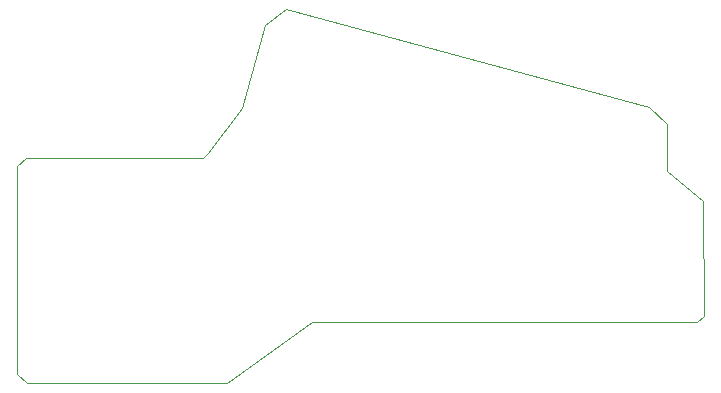
<source format=gbr>
G04 #@! TF.GenerationSoftware,KiCad,Pcbnew,(5.1.4)-1*
G04 #@! TF.CreationDate,2023-09-09T05:29:41-04:00*
G04 #@! TF.ProjectId,ThumbsUp,5468756d-6273-4557-902e-6b696361645f,rev?*
G04 #@! TF.SameCoordinates,Original*
G04 #@! TF.FileFunction,Profile,NP*
%FSLAX46Y46*%
G04 Gerber Fmt 4.6, Leading zero omitted, Abs format (unit mm)*
G04 Created by KiCad (PCBNEW (5.1.4)-1) date 2023-09-09 05:29:41*
%MOMM*%
%LPD*%
G04 APERTURE LIST*
%ADD10C,0.050000*%
G04 APERTURE END LIST*
D10*
X-86059804Y-472538103D02*
X-69089804Y-472548103D01*
X-61939804Y-467388103D02*
X-29308353Y-467393404D01*
X-86849804Y-471748103D02*
X-86059804Y-472538103D01*
X-69089804Y-472548103D02*
X-61939804Y-467388103D01*
X-86849804Y-454188103D02*
X-86849804Y-471748103D01*
X-71149804Y-453478103D02*
X-86129804Y-453468103D01*
X-86129804Y-453468103D02*
X-86849804Y-454188103D01*
X-33391247Y-449121480D02*
X-31833005Y-450622472D01*
X-67797244Y-449245960D02*
X-65891197Y-442180269D01*
X-70685957Y-453079411D02*
X-71149804Y-453478103D01*
X-28768993Y-457106602D02*
X-31821182Y-454543663D01*
X-65891197Y-442180269D02*
X-64118225Y-440874292D01*
X-31821182Y-454543663D02*
X-31833005Y-450622472D01*
X-67797244Y-449245960D02*
X-70685957Y-453079411D01*
X-64118225Y-440874292D02*
X-33391247Y-449121480D01*
X-28765092Y-466838636D02*
X-28768993Y-457106602D01*
X-28765092Y-466838636D02*
X-29308353Y-467393404D01*
M02*

</source>
